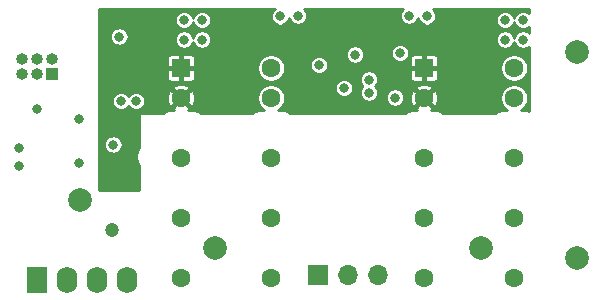
<source format=gbr>
%TF.GenerationSoftware,KiCad,Pcbnew,(5.1.10)-1*%
%TF.CreationDate,2022-01-23T11:00:24+07:00*%
%TF.ProjectId,Fan_controller_v3,46616e5f-636f-46e7-9472-6f6c6c65725f,rev?*%
%TF.SameCoordinates,Original*%
%TF.FileFunction,Copper,L2,Inr*%
%TF.FilePolarity,Positive*%
%FSLAX46Y46*%
G04 Gerber Fmt 4.6, Leading zero omitted, Abs format (unit mm)*
G04 Created by KiCad (PCBNEW (5.1.10)-1) date 2022-01-23 11:00:24*
%MOMM*%
%LPD*%
G01*
G04 APERTURE LIST*
%TA.AperFunction,ComponentPad*%
%ADD10C,1.600000*%
%TD*%
%TA.AperFunction,ComponentPad*%
%ADD11R,1.600000X1.600000*%
%TD*%
%TA.AperFunction,ComponentPad*%
%ADD12C,2.000000*%
%TD*%
%TA.AperFunction,ComponentPad*%
%ADD13O,1.000000X1.000000*%
%TD*%
%TA.AperFunction,ComponentPad*%
%ADD14R,1.000000X1.000000*%
%TD*%
%TA.AperFunction,ComponentPad*%
%ADD15R,1.700000X1.700000*%
%TD*%
%TA.AperFunction,ComponentPad*%
%ADD16O,1.700000X1.700000*%
%TD*%
%TA.AperFunction,ComponentPad*%
%ADD17O,1.750000X2.250000*%
%TD*%
%TA.AperFunction,ComponentPad*%
%ADD18R,1.750000X2.250000*%
%TD*%
%TA.AperFunction,ViaPad*%
%ADD19C,0.800000*%
%TD*%
%TA.AperFunction,ViaPad*%
%ADD20C,1.200000*%
%TD*%
%TA.AperFunction,Conductor*%
%ADD21C,0.254000*%
%TD*%
%TA.AperFunction,Conductor*%
%ADD22C,0.020000*%
%TD*%
G04 APERTURE END LIST*
D10*
%TO.N,Net-(C3-Pad2)*%
%TO.C,K1*%
X97333000Y-80442000D03*
%TO.N,Net-(C4-Pad2)*%
X97333000Y-82982000D03*
%TO.N,Net-(J1-Pad1)*%
X97333000Y-88062000D03*
%TO.N,Net-(C5-Pad2)*%
X97333000Y-93142000D03*
%TO.N,Net-(K1-Pad8)*%
X97333000Y-98222000D03*
X89713000Y-98222000D03*
%TO.N,Net-(C7-Pad1)*%
X89713000Y-93142000D03*
%TO.N,Net-(C5-Pad1)*%
X89713000Y-88062000D03*
%TO.N,+5VP*%
X89713000Y-82982000D03*
D11*
X89713000Y-80442000D03*
%TD*%
D12*
%TO.N,Net-(C5-Pad2)*%
%TO.C,C7*%
X123241000Y-96545000D03*
%TO.N,Net-(C7-Pad1)*%
X123241000Y-79045000D03*
%TD*%
D13*
%TO.N,/scl0*%
%TO.C,J2*%
X76251000Y-79680000D03*
%TO.N,/sda0*%
X76251000Y-80950000D03*
%TO.N,GND1*%
X77521000Y-79680000D03*
X77521000Y-80950000D03*
%TO.N,+5P*%
X78791000Y-79680000D03*
D14*
X78791000Y-80950000D03*
%TD*%
D12*
%TO.N,Net-(C5-Pad2)*%
%TO.C,C5*%
X115113000Y-95682000D03*
%TO.N,Net-(C5-Pad1)*%
X92613000Y-95682000D03*
%TD*%
D11*
%TO.N,+5VP*%
%TO.C,K2*%
X110287000Y-80442000D03*
D10*
X110287000Y-82982000D03*
%TO.N,Net-(J1-Pad3)*%
X110287000Y-88062000D03*
%TO.N,Net-(C7-Pad1)*%
X110287000Y-93142000D03*
%TO.N,Net-(K2-Pad8)*%
X110287000Y-98222000D03*
X117907000Y-98222000D03*
%TO.N,Net-(C5-Pad2)*%
X117907000Y-93142000D03*
%TO.N,Net-(C7-Pad1)*%
X117907000Y-88062000D03*
%TO.N,Net-(C12-Pad2)*%
X117907000Y-82982000D03*
%TO.N,Net-(C11-Pad2)*%
X117907000Y-80442000D03*
%TD*%
D15*
%TO.N,Net-(J1-Pad1)*%
%TO.C,J1*%
X101270000Y-97968000D03*
D16*
%TO.N,N/C*%
X103810000Y-97968000D03*
%TO.N,Net-(J1-Pad3)*%
X106350000Y-97968000D03*
%TD*%
D12*
%TO.N,GND2*%
%TO.C,TP1*%
X81140500Y-91618000D03*
%TD*%
D17*
%TO.N,Net-(C6-Pad2)*%
%TO.C,PS1*%
X85141000Y-98349000D03*
%TO.N,GND2*%
X82601000Y-98349000D03*
%TO.N,+5P*%
X80061000Y-98349000D03*
D18*
%TO.N,GND1*%
X77521000Y-98349000D03*
%TD*%
D19*
%TO.N,Net-(C3-Pad2)*%
X91491000Y-78029000D03*
%TO.N,Net-(C3-Pad1)*%
X91491000Y-76378000D03*
%TO.N,Net-(C4-Pad2)*%
X89967000Y-78029000D03*
%TO.N,Net-(C4-Pad1)*%
X89967000Y-76378000D03*
%TO.N,GND1*%
X84480000Y-77775000D03*
%TO.N,+5P*%
X81077000Y-88443000D03*
X81077000Y-84760000D03*
%TO.N,Net-(C11-Pad1)*%
X118669000Y-76378000D03*
%TO.N,GND2*%
X104445000Y-79299000D03*
X99619000Y-75997000D03*
X109017000Y-75997000D03*
X98095000Y-76060500D03*
X110541000Y-76060500D03*
X83972032Y-86919000D03*
%TO.N,+5VP*%
X105995000Y-79299000D03*
D20*
X85395006Y-89840000D03*
D19*
%TO.N,/scl0*%
X77521000Y-83932000D03*
X75997000Y-87236500D03*
%TO.N,/sda0*%
X75997000Y-88697000D03*
%TO.N,/I2C_SDA*%
X105615886Y-81416284D03*
X85903000Y-83236000D03*
%TO.N,/I2C_SCL*%
X105615814Y-82515892D03*
X84633000Y-83236000D03*
%TO.N,/K1_set*%
X101396992Y-80188000D03*
%TO.N,/K2_set*%
X107833000Y-82941000D03*
%TO.N,/K2_rst*%
X108255000Y-79161000D03*
X103497423Y-82130732D03*
D20*
%TO.N,Net-(C6-Pad2)*%
X83871000Y-94158000D03*
D19*
%TO.N,Net-(C11-Pad2)*%
X118669000Y-78029000D03*
%TO.N,Net-(C12-Pad2)*%
X117145000Y-78029000D03*
%TO.N,Net-(C12-Pad1)*%
X117145000Y-76378000D03*
%TD*%
D21*
%TO.N,+5VP*%
X97597141Y-75453858D02*
X97488358Y-75562641D01*
X97402887Y-75690558D01*
X97344013Y-75832691D01*
X97314000Y-75983578D01*
X97314000Y-76137422D01*
X97344013Y-76288309D01*
X97402887Y-76430442D01*
X97488358Y-76558359D01*
X97597141Y-76667142D01*
X97725058Y-76752613D01*
X97867191Y-76811487D01*
X98018078Y-76841500D01*
X98171922Y-76841500D01*
X98322809Y-76811487D01*
X98464942Y-76752613D01*
X98592859Y-76667142D01*
X98701642Y-76558359D01*
X98787113Y-76430442D01*
X98845987Y-76288309D01*
X98863315Y-76201192D01*
X98868013Y-76224809D01*
X98926887Y-76366942D01*
X99012358Y-76494859D01*
X99121141Y-76603642D01*
X99249058Y-76689113D01*
X99391191Y-76747987D01*
X99542078Y-76778000D01*
X99695922Y-76778000D01*
X99846809Y-76747987D01*
X99988942Y-76689113D01*
X100116859Y-76603642D01*
X100225642Y-76494859D01*
X100311113Y-76366942D01*
X100369987Y-76224809D01*
X100400000Y-76073922D01*
X100400000Y-75920078D01*
X100369987Y-75769191D01*
X100311113Y-75627058D01*
X100225642Y-75499141D01*
X100157501Y-75431000D01*
X108478499Y-75431000D01*
X108410358Y-75499141D01*
X108324887Y-75627058D01*
X108266013Y-75769191D01*
X108236000Y-75920078D01*
X108236000Y-76073922D01*
X108266013Y-76224809D01*
X108324887Y-76366942D01*
X108410358Y-76494859D01*
X108519141Y-76603642D01*
X108647058Y-76689113D01*
X108789191Y-76747987D01*
X108940078Y-76778000D01*
X109093922Y-76778000D01*
X109244809Y-76747987D01*
X109386942Y-76689113D01*
X109514859Y-76603642D01*
X109623642Y-76494859D01*
X109709113Y-76366942D01*
X109767987Y-76224809D01*
X109772685Y-76201192D01*
X109790013Y-76288309D01*
X109848887Y-76430442D01*
X109934358Y-76558359D01*
X110043141Y-76667142D01*
X110171058Y-76752613D01*
X110313191Y-76811487D01*
X110464078Y-76841500D01*
X110617922Y-76841500D01*
X110768809Y-76811487D01*
X110910942Y-76752613D01*
X111038859Y-76667142D01*
X111147642Y-76558359D01*
X111233113Y-76430442D01*
X111291987Y-76288309D01*
X111322000Y-76137422D01*
X111322000Y-75983578D01*
X111291987Y-75832691D01*
X111233113Y-75690558D01*
X111147642Y-75562641D01*
X111038859Y-75453858D01*
X111004649Y-75431000D01*
X119177000Y-75431000D01*
X119177000Y-75781499D01*
X119166859Y-75771358D01*
X119038942Y-75685887D01*
X118896809Y-75627013D01*
X118745922Y-75597000D01*
X118592078Y-75597000D01*
X118441191Y-75627013D01*
X118299058Y-75685887D01*
X118171141Y-75771358D01*
X118062358Y-75880141D01*
X117976887Y-76008058D01*
X117918013Y-76150191D01*
X117907000Y-76205558D01*
X117895987Y-76150191D01*
X117837113Y-76008058D01*
X117751642Y-75880141D01*
X117642859Y-75771358D01*
X117514942Y-75685887D01*
X117372809Y-75627013D01*
X117221922Y-75597000D01*
X117068078Y-75597000D01*
X116917191Y-75627013D01*
X116775058Y-75685887D01*
X116647141Y-75771358D01*
X116538358Y-75880141D01*
X116452887Y-76008058D01*
X116394013Y-76150191D01*
X116364000Y-76301078D01*
X116364000Y-76454922D01*
X116394013Y-76605809D01*
X116452887Y-76747942D01*
X116538358Y-76875859D01*
X116647141Y-76984642D01*
X116775058Y-77070113D01*
X116917191Y-77128987D01*
X117068078Y-77159000D01*
X117221922Y-77159000D01*
X117372809Y-77128987D01*
X117514942Y-77070113D01*
X117642859Y-76984642D01*
X117751642Y-76875859D01*
X117837113Y-76747942D01*
X117895987Y-76605809D01*
X117907000Y-76550442D01*
X117918013Y-76605809D01*
X117976887Y-76747942D01*
X118062358Y-76875859D01*
X118171141Y-76984642D01*
X118299058Y-77070113D01*
X118441191Y-77128987D01*
X118592078Y-77159000D01*
X118745922Y-77159000D01*
X118896809Y-77128987D01*
X119038942Y-77070113D01*
X119166859Y-76984642D01*
X119177000Y-76974501D01*
X119177000Y-77432499D01*
X119166859Y-77422358D01*
X119038942Y-77336887D01*
X118896809Y-77278013D01*
X118745922Y-77248000D01*
X118592078Y-77248000D01*
X118441191Y-77278013D01*
X118299058Y-77336887D01*
X118171141Y-77422358D01*
X118062358Y-77531141D01*
X117976887Y-77659058D01*
X117918013Y-77801191D01*
X117907000Y-77856558D01*
X117895987Y-77801191D01*
X117837113Y-77659058D01*
X117751642Y-77531141D01*
X117642859Y-77422358D01*
X117514942Y-77336887D01*
X117372809Y-77278013D01*
X117221922Y-77248000D01*
X117068078Y-77248000D01*
X116917191Y-77278013D01*
X116775058Y-77336887D01*
X116647141Y-77422358D01*
X116538358Y-77531141D01*
X116452887Y-77659058D01*
X116394013Y-77801191D01*
X116364000Y-77952078D01*
X116364000Y-78105922D01*
X116394013Y-78256809D01*
X116452887Y-78398942D01*
X116538358Y-78526859D01*
X116647141Y-78635642D01*
X116775058Y-78721113D01*
X116917191Y-78779987D01*
X117068078Y-78810000D01*
X117221922Y-78810000D01*
X117372809Y-78779987D01*
X117514942Y-78721113D01*
X117642859Y-78635642D01*
X117751642Y-78526859D01*
X117837113Y-78398942D01*
X117895987Y-78256809D01*
X117907000Y-78201442D01*
X117918013Y-78256809D01*
X117976887Y-78398942D01*
X118062358Y-78526859D01*
X118171141Y-78635642D01*
X118299058Y-78721113D01*
X118441191Y-78779987D01*
X118592078Y-78810000D01*
X118745922Y-78810000D01*
X118896809Y-78779987D01*
X119038942Y-78721113D01*
X119166859Y-78635642D01*
X119175000Y-78627501D01*
X119175001Y-81022460D01*
X119177000Y-81042756D01*
X119177000Y-84082042D01*
X118966148Y-84018081D01*
X118741960Y-83996000D01*
X118515184Y-83996000D01*
X118659843Y-83899342D01*
X118824342Y-83734843D01*
X118953588Y-83541413D01*
X119042614Y-83326485D01*
X119088000Y-83098318D01*
X119088000Y-82865682D01*
X119042614Y-82637515D01*
X118953588Y-82422587D01*
X118824342Y-82229157D01*
X118659843Y-82064658D01*
X118466413Y-81935412D01*
X118251485Y-81846386D01*
X118023318Y-81801000D01*
X117790682Y-81801000D01*
X117562515Y-81846386D01*
X117347587Y-81935412D01*
X117154157Y-82064658D01*
X116989658Y-82229157D01*
X116860412Y-82422587D01*
X116771386Y-82637515D01*
X116726000Y-82865682D01*
X116726000Y-83098318D01*
X116771386Y-83326485D01*
X116860412Y-83541413D01*
X116989658Y-83734843D01*
X117154157Y-83899342D01*
X117298816Y-83996000D01*
X117072040Y-83996000D01*
X116847852Y-84018081D01*
X116560200Y-84105339D01*
X116295098Y-84247039D01*
X116289053Y-84252000D01*
X111904947Y-84252000D01*
X111898902Y-84247039D01*
X111633800Y-84105339D01*
X111346148Y-84018081D01*
X111121960Y-83996000D01*
X110898613Y-83996000D01*
X110931741Y-83978293D01*
X111012199Y-83797708D01*
X110287000Y-83072510D01*
X109561801Y-83797708D01*
X109642259Y-83978293D01*
X109676590Y-83996000D01*
X109452040Y-83996000D01*
X109227852Y-84018081D01*
X108940200Y-84105339D01*
X108675098Y-84247039D01*
X108669053Y-84252000D01*
X98950947Y-84252000D01*
X98944902Y-84247039D01*
X98679800Y-84105339D01*
X98392148Y-84018081D01*
X98167960Y-83996000D01*
X97941184Y-83996000D01*
X98085843Y-83899342D01*
X98250342Y-83734843D01*
X98379588Y-83541413D01*
X98468614Y-83326485D01*
X98514000Y-83098318D01*
X98514000Y-82865682D01*
X98468614Y-82637515D01*
X98379588Y-82422587D01*
X98250342Y-82229157D01*
X98085843Y-82064658D01*
X98069608Y-82053810D01*
X102716423Y-82053810D01*
X102716423Y-82207654D01*
X102746436Y-82358541D01*
X102805310Y-82500674D01*
X102890781Y-82628591D01*
X102999564Y-82737374D01*
X103127481Y-82822845D01*
X103269614Y-82881719D01*
X103420501Y-82911732D01*
X103574345Y-82911732D01*
X103725232Y-82881719D01*
X103867365Y-82822845D01*
X103995282Y-82737374D01*
X104104065Y-82628591D01*
X104189536Y-82500674D01*
X104215094Y-82438970D01*
X104834814Y-82438970D01*
X104834814Y-82592814D01*
X104864827Y-82743701D01*
X104923701Y-82885834D01*
X105009172Y-83013751D01*
X105117955Y-83122534D01*
X105245872Y-83208005D01*
X105388005Y-83266879D01*
X105538892Y-83296892D01*
X105692736Y-83296892D01*
X105843623Y-83266879D01*
X105985756Y-83208005D01*
X106113673Y-83122534D01*
X106222456Y-83013751D01*
X106307927Y-82885834D01*
X106316938Y-82864078D01*
X107052000Y-82864078D01*
X107052000Y-83017922D01*
X107082013Y-83168809D01*
X107140887Y-83310942D01*
X107226358Y-83438859D01*
X107335141Y-83547642D01*
X107463058Y-83633113D01*
X107605191Y-83691987D01*
X107756078Y-83722000D01*
X107909922Y-83722000D01*
X108060809Y-83691987D01*
X108202942Y-83633113D01*
X108330859Y-83547642D01*
X108439642Y-83438859D01*
X108525113Y-83310942D01*
X108583987Y-83168809D01*
X108614000Y-83017922D01*
X108614000Y-82999429D01*
X109100414Y-82999429D01*
X109126614Y-83230586D01*
X109197408Y-83452189D01*
X109290707Y-83626741D01*
X109471292Y-83707199D01*
X110196490Y-82982000D01*
X110377510Y-82982000D01*
X111102708Y-83707199D01*
X111283293Y-83626741D01*
X111389932Y-83419985D01*
X111454186Y-83196398D01*
X111473586Y-82964571D01*
X111447386Y-82733414D01*
X111376592Y-82511811D01*
X111283293Y-82337259D01*
X111102708Y-82256801D01*
X110377510Y-82982000D01*
X110196490Y-82982000D01*
X109471292Y-82256801D01*
X109290707Y-82337259D01*
X109184068Y-82544015D01*
X109119814Y-82767602D01*
X109100414Y-82999429D01*
X108614000Y-82999429D01*
X108614000Y-82864078D01*
X108583987Y-82713191D01*
X108525113Y-82571058D01*
X108439642Y-82443141D01*
X108330859Y-82334358D01*
X108202942Y-82248887D01*
X108060809Y-82190013D01*
X107941555Y-82166292D01*
X109561801Y-82166292D01*
X110287000Y-82891490D01*
X111012199Y-82166292D01*
X110931741Y-81985707D01*
X110724985Y-81879068D01*
X110501398Y-81814814D01*
X110269571Y-81795414D01*
X110038414Y-81821614D01*
X109816811Y-81892408D01*
X109642259Y-81985707D01*
X109561801Y-82166292D01*
X107941555Y-82166292D01*
X107909922Y-82160000D01*
X107756078Y-82160000D01*
X107605191Y-82190013D01*
X107463058Y-82248887D01*
X107335141Y-82334358D01*
X107226358Y-82443141D01*
X107140887Y-82571058D01*
X107082013Y-82713191D01*
X107052000Y-82864078D01*
X106316938Y-82864078D01*
X106366801Y-82743701D01*
X106396814Y-82592814D01*
X106396814Y-82438970D01*
X106366801Y-82288083D01*
X106307927Y-82145950D01*
X106222456Y-82018033D01*
X106170547Y-81966124D01*
X106222528Y-81914143D01*
X106307999Y-81786226D01*
X106366873Y-81644093D01*
X106396886Y-81493206D01*
X106396886Y-81339362D01*
X106377520Y-81242000D01*
X109104157Y-81242000D01*
X109111513Y-81316689D01*
X109133299Y-81388508D01*
X109168678Y-81454696D01*
X109216289Y-81512711D01*
X109274304Y-81560322D01*
X109340492Y-81595701D01*
X109412311Y-81617487D01*
X109487000Y-81624843D01*
X110127750Y-81623000D01*
X110223000Y-81527750D01*
X110223000Y-80506000D01*
X110351000Y-80506000D01*
X110351000Y-81527750D01*
X110446250Y-81623000D01*
X111087000Y-81624843D01*
X111161689Y-81617487D01*
X111233508Y-81595701D01*
X111299696Y-81560322D01*
X111357711Y-81512711D01*
X111405322Y-81454696D01*
X111440701Y-81388508D01*
X111462487Y-81316689D01*
X111469843Y-81242000D01*
X111468000Y-80601250D01*
X111372750Y-80506000D01*
X110351000Y-80506000D01*
X110223000Y-80506000D01*
X109201250Y-80506000D01*
X109106000Y-80601250D01*
X109104157Y-81242000D01*
X106377520Y-81242000D01*
X106366873Y-81188475D01*
X106307999Y-81046342D01*
X106222528Y-80918425D01*
X106113745Y-80809642D01*
X105985828Y-80724171D01*
X105843695Y-80665297D01*
X105692808Y-80635284D01*
X105538964Y-80635284D01*
X105388077Y-80665297D01*
X105245944Y-80724171D01*
X105118027Y-80809642D01*
X105009244Y-80918425D01*
X104923773Y-81046342D01*
X104864899Y-81188475D01*
X104834886Y-81339362D01*
X104834886Y-81493206D01*
X104864899Y-81644093D01*
X104923773Y-81786226D01*
X105009244Y-81914143D01*
X105061153Y-81966052D01*
X105009172Y-82018033D01*
X104923701Y-82145950D01*
X104864827Y-82288083D01*
X104834814Y-82438970D01*
X104215094Y-82438970D01*
X104248410Y-82358541D01*
X104278423Y-82207654D01*
X104278423Y-82053810D01*
X104248410Y-81902923D01*
X104189536Y-81760790D01*
X104104065Y-81632873D01*
X103995282Y-81524090D01*
X103867365Y-81438619D01*
X103725232Y-81379745D01*
X103574345Y-81349732D01*
X103420501Y-81349732D01*
X103269614Y-81379745D01*
X103127481Y-81438619D01*
X102999564Y-81524090D01*
X102890781Y-81632873D01*
X102805310Y-81760790D01*
X102746436Y-81902923D01*
X102716423Y-82053810D01*
X98069608Y-82053810D01*
X97892413Y-81935412D01*
X97677485Y-81846386D01*
X97449318Y-81801000D01*
X97216682Y-81801000D01*
X96988515Y-81846386D01*
X96773587Y-81935412D01*
X96580157Y-82064658D01*
X96415658Y-82229157D01*
X96286412Y-82422587D01*
X96197386Y-82637515D01*
X96152000Y-82865682D01*
X96152000Y-83098318D01*
X96197386Y-83326485D01*
X96286412Y-83541413D01*
X96415658Y-83734843D01*
X96580157Y-83899342D01*
X96724816Y-83996000D01*
X96498040Y-83996000D01*
X96273852Y-84018081D01*
X95986200Y-84105339D01*
X95721098Y-84247039D01*
X95715053Y-84252000D01*
X91394447Y-84252000D01*
X91388402Y-84247039D01*
X91123300Y-84105339D01*
X90835648Y-84018081D01*
X90611460Y-83996000D01*
X90324613Y-83996000D01*
X90357741Y-83978293D01*
X90438199Y-83797708D01*
X89713000Y-83072510D01*
X88987801Y-83797708D01*
X89068259Y-83978293D01*
X89102590Y-83996000D01*
X88941540Y-83996000D01*
X88717352Y-84018081D01*
X88429700Y-84105339D01*
X88164598Y-84247039D01*
X88158553Y-84252000D01*
X86284000Y-84252000D01*
X86259224Y-84254440D01*
X86235399Y-84261667D01*
X86213443Y-84273403D01*
X86194197Y-84289197D01*
X86178403Y-84308443D01*
X86166667Y-84330399D01*
X86159440Y-84354224D01*
X86157000Y-84379000D01*
X86157000Y-87159886D01*
X86076174Y-87280851D01*
X85972071Y-87532177D01*
X85919000Y-87798983D01*
X85919000Y-88071017D01*
X85972071Y-88337823D01*
X86076174Y-88589149D01*
X86157000Y-88710114D01*
X86157000Y-90729000D01*
X82728000Y-90729000D01*
X82728000Y-86842078D01*
X83191032Y-86842078D01*
X83191032Y-86995922D01*
X83221045Y-87146809D01*
X83279919Y-87288942D01*
X83365390Y-87416859D01*
X83474173Y-87525642D01*
X83602090Y-87611113D01*
X83744223Y-87669987D01*
X83895110Y-87700000D01*
X84048954Y-87700000D01*
X84199841Y-87669987D01*
X84341974Y-87611113D01*
X84469891Y-87525642D01*
X84578674Y-87416859D01*
X84664145Y-87288942D01*
X84723019Y-87146809D01*
X84753032Y-86995922D01*
X84753032Y-86842078D01*
X84723019Y-86691191D01*
X84664145Y-86549058D01*
X84578674Y-86421141D01*
X84469891Y-86312358D01*
X84341974Y-86226887D01*
X84199841Y-86168013D01*
X84048954Y-86138000D01*
X83895110Y-86138000D01*
X83744223Y-86168013D01*
X83602090Y-86226887D01*
X83474173Y-86312358D01*
X83365390Y-86421141D01*
X83279919Y-86549058D01*
X83221045Y-86691191D01*
X83191032Y-86842078D01*
X82728000Y-86842078D01*
X82728000Y-83159078D01*
X83852000Y-83159078D01*
X83852000Y-83312922D01*
X83882013Y-83463809D01*
X83940887Y-83605942D01*
X84026358Y-83733859D01*
X84135141Y-83842642D01*
X84263058Y-83928113D01*
X84405191Y-83986987D01*
X84556078Y-84017000D01*
X84709922Y-84017000D01*
X84860809Y-83986987D01*
X85002942Y-83928113D01*
X85130859Y-83842642D01*
X85239642Y-83733859D01*
X85268000Y-83691418D01*
X85296358Y-83733859D01*
X85405141Y-83842642D01*
X85533058Y-83928113D01*
X85675191Y-83986987D01*
X85826078Y-84017000D01*
X85979922Y-84017000D01*
X86130809Y-83986987D01*
X86272942Y-83928113D01*
X86400859Y-83842642D01*
X86509642Y-83733859D01*
X86595113Y-83605942D01*
X86653987Y-83463809D01*
X86684000Y-83312922D01*
X86684000Y-83159078D01*
X86653987Y-83008191D01*
X86650358Y-82999429D01*
X88526414Y-82999429D01*
X88552614Y-83230586D01*
X88623408Y-83452189D01*
X88716707Y-83626741D01*
X88897292Y-83707199D01*
X89622490Y-82982000D01*
X89803510Y-82982000D01*
X90528708Y-83707199D01*
X90709293Y-83626741D01*
X90815932Y-83419985D01*
X90880186Y-83196398D01*
X90899586Y-82964571D01*
X90873386Y-82733414D01*
X90802592Y-82511811D01*
X90709293Y-82337259D01*
X90528708Y-82256801D01*
X89803510Y-82982000D01*
X89622490Y-82982000D01*
X88897292Y-82256801D01*
X88716707Y-82337259D01*
X88610068Y-82544015D01*
X88545814Y-82767602D01*
X88526414Y-82999429D01*
X86650358Y-82999429D01*
X86595113Y-82866058D01*
X86509642Y-82738141D01*
X86400859Y-82629358D01*
X86272942Y-82543887D01*
X86130809Y-82485013D01*
X85979922Y-82455000D01*
X85826078Y-82455000D01*
X85675191Y-82485013D01*
X85533058Y-82543887D01*
X85405141Y-82629358D01*
X85296358Y-82738141D01*
X85268000Y-82780582D01*
X85239642Y-82738141D01*
X85130859Y-82629358D01*
X85002942Y-82543887D01*
X84860809Y-82485013D01*
X84709922Y-82455000D01*
X84556078Y-82455000D01*
X84405191Y-82485013D01*
X84263058Y-82543887D01*
X84135141Y-82629358D01*
X84026358Y-82738141D01*
X83940887Y-82866058D01*
X83882013Y-83008191D01*
X83852000Y-83159078D01*
X82728000Y-83159078D01*
X82728000Y-82166292D01*
X88987801Y-82166292D01*
X89713000Y-82891490D01*
X90438199Y-82166292D01*
X90357741Y-81985707D01*
X90150985Y-81879068D01*
X89927398Y-81814814D01*
X89695571Y-81795414D01*
X89464414Y-81821614D01*
X89242811Y-81892408D01*
X89068259Y-81985707D01*
X88987801Y-82166292D01*
X82728000Y-82166292D01*
X82728000Y-81242000D01*
X88530157Y-81242000D01*
X88537513Y-81316689D01*
X88559299Y-81388508D01*
X88594678Y-81454696D01*
X88642289Y-81512711D01*
X88700304Y-81560322D01*
X88766492Y-81595701D01*
X88838311Y-81617487D01*
X88913000Y-81624843D01*
X89553750Y-81623000D01*
X89649000Y-81527750D01*
X89649000Y-80506000D01*
X89777000Y-80506000D01*
X89777000Y-81527750D01*
X89872250Y-81623000D01*
X90513000Y-81624843D01*
X90587689Y-81617487D01*
X90659508Y-81595701D01*
X90725696Y-81560322D01*
X90783711Y-81512711D01*
X90831322Y-81454696D01*
X90866701Y-81388508D01*
X90888487Y-81316689D01*
X90895843Y-81242000D01*
X90894000Y-80601250D01*
X90798750Y-80506000D01*
X89777000Y-80506000D01*
X89649000Y-80506000D01*
X88627250Y-80506000D01*
X88532000Y-80601250D01*
X88530157Y-81242000D01*
X82728000Y-81242000D01*
X82728000Y-79642000D01*
X88530157Y-79642000D01*
X88532000Y-80282750D01*
X88627250Y-80378000D01*
X89649000Y-80378000D01*
X89649000Y-79356250D01*
X89777000Y-79356250D01*
X89777000Y-80378000D01*
X90798750Y-80378000D01*
X90851068Y-80325682D01*
X96152000Y-80325682D01*
X96152000Y-80558318D01*
X96197386Y-80786485D01*
X96286412Y-81001413D01*
X96415658Y-81194843D01*
X96580157Y-81359342D01*
X96773587Y-81488588D01*
X96988515Y-81577614D01*
X97216682Y-81623000D01*
X97449318Y-81623000D01*
X97677485Y-81577614D01*
X97892413Y-81488588D01*
X98085843Y-81359342D01*
X98250342Y-81194843D01*
X98379588Y-81001413D01*
X98468614Y-80786485D01*
X98514000Y-80558318D01*
X98514000Y-80325682D01*
X98471312Y-80111078D01*
X100615992Y-80111078D01*
X100615992Y-80264922D01*
X100646005Y-80415809D01*
X100704879Y-80557942D01*
X100790350Y-80685859D01*
X100899133Y-80794642D01*
X101027050Y-80880113D01*
X101169183Y-80938987D01*
X101320070Y-80969000D01*
X101473914Y-80969000D01*
X101624801Y-80938987D01*
X101766934Y-80880113D01*
X101894851Y-80794642D01*
X102003634Y-80685859D01*
X102089105Y-80557942D01*
X102147979Y-80415809D01*
X102177992Y-80264922D01*
X102177992Y-80111078D01*
X102147979Y-79960191D01*
X102089105Y-79818058D01*
X102003634Y-79690141D01*
X101894851Y-79581358D01*
X101766934Y-79495887D01*
X101624801Y-79437013D01*
X101473914Y-79407000D01*
X101320070Y-79407000D01*
X101169183Y-79437013D01*
X101027050Y-79495887D01*
X100899133Y-79581358D01*
X100790350Y-79690141D01*
X100704879Y-79818058D01*
X100646005Y-79960191D01*
X100615992Y-80111078D01*
X98471312Y-80111078D01*
X98468614Y-80097515D01*
X98379588Y-79882587D01*
X98250342Y-79689157D01*
X98085843Y-79524658D01*
X97892413Y-79395412D01*
X97677485Y-79306386D01*
X97449318Y-79261000D01*
X97216682Y-79261000D01*
X96988515Y-79306386D01*
X96773587Y-79395412D01*
X96580157Y-79524658D01*
X96415658Y-79689157D01*
X96286412Y-79882587D01*
X96197386Y-80097515D01*
X96152000Y-80325682D01*
X90851068Y-80325682D01*
X90894000Y-80282750D01*
X90895843Y-79642000D01*
X90888487Y-79567311D01*
X90866701Y-79495492D01*
X90831322Y-79429304D01*
X90783711Y-79371289D01*
X90725696Y-79323678D01*
X90659508Y-79288299D01*
X90587689Y-79266513D01*
X90513000Y-79259157D01*
X89872250Y-79261000D01*
X89777000Y-79356250D01*
X89649000Y-79356250D01*
X89553750Y-79261000D01*
X88913000Y-79259157D01*
X88838311Y-79266513D01*
X88766492Y-79288299D01*
X88700304Y-79323678D01*
X88642289Y-79371289D01*
X88594678Y-79429304D01*
X88559299Y-79495492D01*
X88537513Y-79567311D01*
X88530157Y-79642000D01*
X82728000Y-79642000D01*
X82728000Y-79222078D01*
X103664000Y-79222078D01*
X103664000Y-79375922D01*
X103694013Y-79526809D01*
X103752887Y-79668942D01*
X103838358Y-79796859D01*
X103947141Y-79905642D01*
X104075058Y-79991113D01*
X104217191Y-80049987D01*
X104368078Y-80080000D01*
X104521922Y-80080000D01*
X104672809Y-80049987D01*
X104814942Y-79991113D01*
X104942859Y-79905642D01*
X105051642Y-79796859D01*
X105137113Y-79668942D01*
X105195987Y-79526809D01*
X105226000Y-79375922D01*
X105226000Y-79222078D01*
X105198551Y-79084078D01*
X107474000Y-79084078D01*
X107474000Y-79237922D01*
X107504013Y-79388809D01*
X107562887Y-79530942D01*
X107648358Y-79658859D01*
X107757141Y-79767642D01*
X107885058Y-79853113D01*
X108027191Y-79911987D01*
X108178078Y-79942000D01*
X108331922Y-79942000D01*
X108482809Y-79911987D01*
X108624942Y-79853113D01*
X108752859Y-79767642D01*
X108861642Y-79658859D01*
X108872906Y-79642000D01*
X109104157Y-79642000D01*
X109106000Y-80282750D01*
X109201250Y-80378000D01*
X110223000Y-80378000D01*
X110223000Y-79356250D01*
X110351000Y-79356250D01*
X110351000Y-80378000D01*
X111372750Y-80378000D01*
X111425068Y-80325682D01*
X116726000Y-80325682D01*
X116726000Y-80558318D01*
X116771386Y-80786485D01*
X116860412Y-81001413D01*
X116989658Y-81194843D01*
X117154157Y-81359342D01*
X117347587Y-81488588D01*
X117562515Y-81577614D01*
X117790682Y-81623000D01*
X118023318Y-81623000D01*
X118251485Y-81577614D01*
X118466413Y-81488588D01*
X118659843Y-81359342D01*
X118824342Y-81194843D01*
X118953588Y-81001413D01*
X119042614Y-80786485D01*
X119088000Y-80558318D01*
X119088000Y-80325682D01*
X119042614Y-80097515D01*
X118953588Y-79882587D01*
X118824342Y-79689157D01*
X118659843Y-79524658D01*
X118466413Y-79395412D01*
X118251485Y-79306386D01*
X118023318Y-79261000D01*
X117790682Y-79261000D01*
X117562515Y-79306386D01*
X117347587Y-79395412D01*
X117154157Y-79524658D01*
X116989658Y-79689157D01*
X116860412Y-79882587D01*
X116771386Y-80097515D01*
X116726000Y-80325682D01*
X111425068Y-80325682D01*
X111468000Y-80282750D01*
X111469843Y-79642000D01*
X111462487Y-79567311D01*
X111440701Y-79495492D01*
X111405322Y-79429304D01*
X111357711Y-79371289D01*
X111299696Y-79323678D01*
X111233508Y-79288299D01*
X111161689Y-79266513D01*
X111087000Y-79259157D01*
X110446250Y-79261000D01*
X110351000Y-79356250D01*
X110223000Y-79356250D01*
X110127750Y-79261000D01*
X109487000Y-79259157D01*
X109412311Y-79266513D01*
X109340492Y-79288299D01*
X109274304Y-79323678D01*
X109216289Y-79371289D01*
X109168678Y-79429304D01*
X109133299Y-79495492D01*
X109111513Y-79567311D01*
X109104157Y-79642000D01*
X108872906Y-79642000D01*
X108947113Y-79530942D01*
X109005987Y-79388809D01*
X109036000Y-79237922D01*
X109036000Y-79084078D01*
X109005987Y-78933191D01*
X108947113Y-78791058D01*
X108861642Y-78663141D01*
X108752859Y-78554358D01*
X108624942Y-78468887D01*
X108482809Y-78410013D01*
X108331922Y-78380000D01*
X108178078Y-78380000D01*
X108027191Y-78410013D01*
X107885058Y-78468887D01*
X107757141Y-78554358D01*
X107648358Y-78663141D01*
X107562887Y-78791058D01*
X107504013Y-78933191D01*
X107474000Y-79084078D01*
X105198551Y-79084078D01*
X105195987Y-79071191D01*
X105137113Y-78929058D01*
X105051642Y-78801141D01*
X104942859Y-78692358D01*
X104814942Y-78606887D01*
X104672809Y-78548013D01*
X104521922Y-78518000D01*
X104368078Y-78518000D01*
X104217191Y-78548013D01*
X104075058Y-78606887D01*
X103947141Y-78692358D01*
X103838358Y-78801141D01*
X103752887Y-78929058D01*
X103694013Y-79071191D01*
X103664000Y-79222078D01*
X82728000Y-79222078D01*
X82728000Y-77698078D01*
X83699000Y-77698078D01*
X83699000Y-77851922D01*
X83729013Y-78002809D01*
X83787887Y-78144942D01*
X83873358Y-78272859D01*
X83982141Y-78381642D01*
X84110058Y-78467113D01*
X84252191Y-78525987D01*
X84403078Y-78556000D01*
X84556922Y-78556000D01*
X84707809Y-78525987D01*
X84849942Y-78467113D01*
X84977859Y-78381642D01*
X85086642Y-78272859D01*
X85172113Y-78144942D01*
X85230987Y-78002809D01*
X85241077Y-77952078D01*
X89186000Y-77952078D01*
X89186000Y-78105922D01*
X89216013Y-78256809D01*
X89274887Y-78398942D01*
X89360358Y-78526859D01*
X89469141Y-78635642D01*
X89597058Y-78721113D01*
X89739191Y-78779987D01*
X89890078Y-78810000D01*
X90043922Y-78810000D01*
X90194809Y-78779987D01*
X90336942Y-78721113D01*
X90464859Y-78635642D01*
X90573642Y-78526859D01*
X90659113Y-78398942D01*
X90717987Y-78256809D01*
X90729000Y-78201442D01*
X90740013Y-78256809D01*
X90798887Y-78398942D01*
X90884358Y-78526859D01*
X90993141Y-78635642D01*
X91121058Y-78721113D01*
X91263191Y-78779987D01*
X91414078Y-78810000D01*
X91567922Y-78810000D01*
X91718809Y-78779987D01*
X91860942Y-78721113D01*
X91988859Y-78635642D01*
X92097642Y-78526859D01*
X92183113Y-78398942D01*
X92241987Y-78256809D01*
X92272000Y-78105922D01*
X92272000Y-77952078D01*
X92241987Y-77801191D01*
X92183113Y-77659058D01*
X92097642Y-77531141D01*
X91988859Y-77422358D01*
X91860942Y-77336887D01*
X91718809Y-77278013D01*
X91567922Y-77248000D01*
X91414078Y-77248000D01*
X91263191Y-77278013D01*
X91121058Y-77336887D01*
X90993141Y-77422358D01*
X90884358Y-77531141D01*
X90798887Y-77659058D01*
X90740013Y-77801191D01*
X90729000Y-77856558D01*
X90717987Y-77801191D01*
X90659113Y-77659058D01*
X90573642Y-77531141D01*
X90464859Y-77422358D01*
X90336942Y-77336887D01*
X90194809Y-77278013D01*
X90043922Y-77248000D01*
X89890078Y-77248000D01*
X89739191Y-77278013D01*
X89597058Y-77336887D01*
X89469141Y-77422358D01*
X89360358Y-77531141D01*
X89274887Y-77659058D01*
X89216013Y-77801191D01*
X89186000Y-77952078D01*
X85241077Y-77952078D01*
X85261000Y-77851922D01*
X85261000Y-77698078D01*
X85230987Y-77547191D01*
X85172113Y-77405058D01*
X85086642Y-77277141D01*
X84977859Y-77168358D01*
X84849942Y-77082887D01*
X84707809Y-77024013D01*
X84556922Y-76994000D01*
X84403078Y-76994000D01*
X84252191Y-77024013D01*
X84110058Y-77082887D01*
X83982141Y-77168358D01*
X83873358Y-77277141D01*
X83787887Y-77405058D01*
X83729013Y-77547191D01*
X83699000Y-77698078D01*
X82728000Y-77698078D01*
X82728000Y-76301078D01*
X89186000Y-76301078D01*
X89186000Y-76454922D01*
X89216013Y-76605809D01*
X89274887Y-76747942D01*
X89360358Y-76875859D01*
X89469141Y-76984642D01*
X89597058Y-77070113D01*
X89739191Y-77128987D01*
X89890078Y-77159000D01*
X90043922Y-77159000D01*
X90194809Y-77128987D01*
X90336942Y-77070113D01*
X90464859Y-76984642D01*
X90573642Y-76875859D01*
X90659113Y-76747942D01*
X90717987Y-76605809D01*
X90729000Y-76550442D01*
X90740013Y-76605809D01*
X90798887Y-76747942D01*
X90884358Y-76875859D01*
X90993141Y-76984642D01*
X91121058Y-77070113D01*
X91263191Y-77128987D01*
X91414078Y-77159000D01*
X91567922Y-77159000D01*
X91718809Y-77128987D01*
X91860942Y-77070113D01*
X91988859Y-76984642D01*
X92097642Y-76875859D01*
X92183113Y-76747942D01*
X92241987Y-76605809D01*
X92272000Y-76454922D01*
X92272000Y-76301078D01*
X92241987Y-76150191D01*
X92183113Y-76008058D01*
X92097642Y-75880141D01*
X91988859Y-75771358D01*
X91860942Y-75685887D01*
X91718809Y-75627013D01*
X91567922Y-75597000D01*
X91414078Y-75597000D01*
X91263191Y-75627013D01*
X91121058Y-75685887D01*
X90993141Y-75771358D01*
X90884358Y-75880141D01*
X90798887Y-76008058D01*
X90740013Y-76150191D01*
X90729000Y-76205558D01*
X90717987Y-76150191D01*
X90659113Y-76008058D01*
X90573642Y-75880141D01*
X90464859Y-75771358D01*
X90336942Y-75685887D01*
X90194809Y-75627013D01*
X90043922Y-75597000D01*
X89890078Y-75597000D01*
X89739191Y-75627013D01*
X89597058Y-75685887D01*
X89469141Y-75771358D01*
X89360358Y-75880141D01*
X89274887Y-76008058D01*
X89216013Y-76150191D01*
X89186000Y-76301078D01*
X82728000Y-76301078D01*
X82728000Y-75431000D01*
X97631351Y-75431000D01*
X97597141Y-75453858D01*
%TA.AperFunction,Conductor*%
D22*
G36*
X97597141Y-75453858D02*
G01*
X97488358Y-75562641D01*
X97402887Y-75690558D01*
X97344013Y-75832691D01*
X97314000Y-75983578D01*
X97314000Y-76137422D01*
X97344013Y-76288309D01*
X97402887Y-76430442D01*
X97488358Y-76558359D01*
X97597141Y-76667142D01*
X97725058Y-76752613D01*
X97867191Y-76811487D01*
X98018078Y-76841500D01*
X98171922Y-76841500D01*
X98322809Y-76811487D01*
X98464942Y-76752613D01*
X98592859Y-76667142D01*
X98701642Y-76558359D01*
X98787113Y-76430442D01*
X98845987Y-76288309D01*
X98863315Y-76201192D01*
X98868013Y-76224809D01*
X98926887Y-76366942D01*
X99012358Y-76494859D01*
X99121141Y-76603642D01*
X99249058Y-76689113D01*
X99391191Y-76747987D01*
X99542078Y-76778000D01*
X99695922Y-76778000D01*
X99846809Y-76747987D01*
X99988942Y-76689113D01*
X100116859Y-76603642D01*
X100225642Y-76494859D01*
X100311113Y-76366942D01*
X100369987Y-76224809D01*
X100400000Y-76073922D01*
X100400000Y-75920078D01*
X100369987Y-75769191D01*
X100311113Y-75627058D01*
X100225642Y-75499141D01*
X100157501Y-75431000D01*
X108478499Y-75431000D01*
X108410358Y-75499141D01*
X108324887Y-75627058D01*
X108266013Y-75769191D01*
X108236000Y-75920078D01*
X108236000Y-76073922D01*
X108266013Y-76224809D01*
X108324887Y-76366942D01*
X108410358Y-76494859D01*
X108519141Y-76603642D01*
X108647058Y-76689113D01*
X108789191Y-76747987D01*
X108940078Y-76778000D01*
X109093922Y-76778000D01*
X109244809Y-76747987D01*
X109386942Y-76689113D01*
X109514859Y-76603642D01*
X109623642Y-76494859D01*
X109709113Y-76366942D01*
X109767987Y-76224809D01*
X109772685Y-76201192D01*
X109790013Y-76288309D01*
X109848887Y-76430442D01*
X109934358Y-76558359D01*
X110043141Y-76667142D01*
X110171058Y-76752613D01*
X110313191Y-76811487D01*
X110464078Y-76841500D01*
X110617922Y-76841500D01*
X110768809Y-76811487D01*
X110910942Y-76752613D01*
X111038859Y-76667142D01*
X111147642Y-76558359D01*
X111233113Y-76430442D01*
X111291987Y-76288309D01*
X111322000Y-76137422D01*
X111322000Y-75983578D01*
X111291987Y-75832691D01*
X111233113Y-75690558D01*
X111147642Y-75562641D01*
X111038859Y-75453858D01*
X111004649Y-75431000D01*
X119177000Y-75431000D01*
X119177000Y-75781499D01*
X119166859Y-75771358D01*
X119038942Y-75685887D01*
X118896809Y-75627013D01*
X118745922Y-75597000D01*
X118592078Y-75597000D01*
X118441191Y-75627013D01*
X118299058Y-75685887D01*
X118171141Y-75771358D01*
X118062358Y-75880141D01*
X117976887Y-76008058D01*
X117918013Y-76150191D01*
X117907000Y-76205558D01*
X117895987Y-76150191D01*
X117837113Y-76008058D01*
X117751642Y-75880141D01*
X117642859Y-75771358D01*
X117514942Y-75685887D01*
X117372809Y-75627013D01*
X117221922Y-75597000D01*
X117068078Y-75597000D01*
X116917191Y-75627013D01*
X116775058Y-75685887D01*
X116647141Y-75771358D01*
X116538358Y-75880141D01*
X116452887Y-76008058D01*
X116394013Y-76150191D01*
X116364000Y-76301078D01*
X116364000Y-76454922D01*
X116394013Y-76605809D01*
X116452887Y-76747942D01*
X116538358Y-76875859D01*
X116647141Y-76984642D01*
X116775058Y-77070113D01*
X116917191Y-77128987D01*
X117068078Y-77159000D01*
X117221922Y-77159000D01*
X117372809Y-77128987D01*
X117514942Y-77070113D01*
X117642859Y-76984642D01*
X117751642Y-76875859D01*
X117837113Y-76747942D01*
X117895987Y-76605809D01*
X117907000Y-76550442D01*
X117918013Y-76605809D01*
X117976887Y-76747942D01*
X118062358Y-76875859D01*
X118171141Y-76984642D01*
X118299058Y-77070113D01*
X118441191Y-77128987D01*
X118592078Y-77159000D01*
X118745922Y-77159000D01*
X118896809Y-77128987D01*
X119038942Y-77070113D01*
X119166859Y-76984642D01*
X119177000Y-76974501D01*
X119177000Y-77432499D01*
X119166859Y-77422358D01*
X119038942Y-77336887D01*
X118896809Y-77278013D01*
X118745922Y-77248000D01*
X118592078Y-77248000D01*
X118441191Y-77278013D01*
X118299058Y-77336887D01*
X118171141Y-77422358D01*
X118062358Y-77531141D01*
X117976887Y-77659058D01*
X117918013Y-77801191D01*
X117907000Y-77856558D01*
X117895987Y-77801191D01*
X117837113Y-77659058D01*
X117751642Y-77531141D01*
X117642859Y-77422358D01*
X117514942Y-77336887D01*
X117372809Y-77278013D01*
X117221922Y-77248000D01*
X117068078Y-77248000D01*
X116917191Y-77278013D01*
X116775058Y-77336887D01*
X116647141Y-77422358D01*
X116538358Y-77531141D01*
X116452887Y-77659058D01*
X116394013Y-77801191D01*
X116364000Y-77952078D01*
X116364000Y-78105922D01*
X116394013Y-78256809D01*
X116452887Y-78398942D01*
X116538358Y-78526859D01*
X116647141Y-78635642D01*
X116775058Y-78721113D01*
X116917191Y-78779987D01*
X117068078Y-78810000D01*
X117221922Y-78810000D01*
X117372809Y-78779987D01*
X117514942Y-78721113D01*
X117642859Y-78635642D01*
X117751642Y-78526859D01*
X117837113Y-78398942D01*
X117895987Y-78256809D01*
X117907000Y-78201442D01*
X117918013Y-78256809D01*
X117976887Y-78398942D01*
X118062358Y-78526859D01*
X118171141Y-78635642D01*
X118299058Y-78721113D01*
X118441191Y-78779987D01*
X118592078Y-78810000D01*
X118745922Y-78810000D01*
X118896809Y-78779987D01*
X119038942Y-78721113D01*
X119166859Y-78635642D01*
X119175000Y-78627501D01*
X119175001Y-81022460D01*
X119177000Y-81042756D01*
X119177000Y-84082042D01*
X118966148Y-84018081D01*
X118741960Y-83996000D01*
X118515184Y-83996000D01*
X118659843Y-83899342D01*
X118824342Y-83734843D01*
X118953588Y-83541413D01*
X119042614Y-83326485D01*
X119088000Y-83098318D01*
X119088000Y-82865682D01*
X119042614Y-82637515D01*
X118953588Y-82422587D01*
X118824342Y-82229157D01*
X118659843Y-82064658D01*
X118466413Y-81935412D01*
X118251485Y-81846386D01*
X118023318Y-81801000D01*
X117790682Y-81801000D01*
X117562515Y-81846386D01*
X117347587Y-81935412D01*
X117154157Y-82064658D01*
X116989658Y-82229157D01*
X116860412Y-82422587D01*
X116771386Y-82637515D01*
X116726000Y-82865682D01*
X116726000Y-83098318D01*
X116771386Y-83326485D01*
X116860412Y-83541413D01*
X116989658Y-83734843D01*
X117154157Y-83899342D01*
X117298816Y-83996000D01*
X117072040Y-83996000D01*
X116847852Y-84018081D01*
X116560200Y-84105339D01*
X116295098Y-84247039D01*
X116289053Y-84252000D01*
X111904947Y-84252000D01*
X111898902Y-84247039D01*
X111633800Y-84105339D01*
X111346148Y-84018081D01*
X111121960Y-83996000D01*
X110898613Y-83996000D01*
X110931741Y-83978293D01*
X111012199Y-83797708D01*
X110287000Y-83072510D01*
X109561801Y-83797708D01*
X109642259Y-83978293D01*
X109676590Y-83996000D01*
X109452040Y-83996000D01*
X109227852Y-84018081D01*
X108940200Y-84105339D01*
X108675098Y-84247039D01*
X108669053Y-84252000D01*
X98950947Y-84252000D01*
X98944902Y-84247039D01*
X98679800Y-84105339D01*
X98392148Y-84018081D01*
X98167960Y-83996000D01*
X97941184Y-83996000D01*
X98085843Y-83899342D01*
X98250342Y-83734843D01*
X98379588Y-83541413D01*
X98468614Y-83326485D01*
X98514000Y-83098318D01*
X98514000Y-82865682D01*
X98468614Y-82637515D01*
X98379588Y-82422587D01*
X98250342Y-82229157D01*
X98085843Y-82064658D01*
X98069608Y-82053810D01*
X102716423Y-82053810D01*
X102716423Y-82207654D01*
X102746436Y-82358541D01*
X102805310Y-82500674D01*
X102890781Y-82628591D01*
X102999564Y-82737374D01*
X103127481Y-82822845D01*
X103269614Y-82881719D01*
X103420501Y-82911732D01*
X103574345Y-82911732D01*
X103725232Y-82881719D01*
X103867365Y-82822845D01*
X103995282Y-82737374D01*
X104104065Y-82628591D01*
X104189536Y-82500674D01*
X104215094Y-82438970D01*
X104834814Y-82438970D01*
X104834814Y-82592814D01*
X104864827Y-82743701D01*
X104923701Y-82885834D01*
X105009172Y-83013751D01*
X105117955Y-83122534D01*
X105245872Y-83208005D01*
X105388005Y-83266879D01*
X105538892Y-83296892D01*
X105692736Y-83296892D01*
X105843623Y-83266879D01*
X105985756Y-83208005D01*
X106113673Y-83122534D01*
X106222456Y-83013751D01*
X106307927Y-82885834D01*
X106316938Y-82864078D01*
X107052000Y-82864078D01*
X107052000Y-83017922D01*
X107082013Y-83168809D01*
X107140887Y-83310942D01*
X107226358Y-83438859D01*
X107335141Y-83547642D01*
X107463058Y-83633113D01*
X107605191Y-83691987D01*
X107756078Y-83722000D01*
X107909922Y-83722000D01*
X108060809Y-83691987D01*
X108202942Y-83633113D01*
X108330859Y-83547642D01*
X108439642Y-83438859D01*
X108525113Y-83310942D01*
X108583987Y-83168809D01*
X108614000Y-83017922D01*
X108614000Y-82999429D01*
X109100414Y-82999429D01*
X109126614Y-83230586D01*
X109197408Y-83452189D01*
X109290707Y-83626741D01*
X109471292Y-83707199D01*
X110196490Y-82982000D01*
X110377510Y-82982000D01*
X111102708Y-83707199D01*
X111283293Y-83626741D01*
X111389932Y-83419985D01*
X111454186Y-83196398D01*
X111473586Y-82964571D01*
X111447386Y-82733414D01*
X111376592Y-82511811D01*
X111283293Y-82337259D01*
X111102708Y-82256801D01*
X110377510Y-82982000D01*
X110196490Y-82982000D01*
X109471292Y-82256801D01*
X109290707Y-82337259D01*
X109184068Y-82544015D01*
X109119814Y-82767602D01*
X109100414Y-82999429D01*
X108614000Y-82999429D01*
X108614000Y-82864078D01*
X108583987Y-82713191D01*
X108525113Y-82571058D01*
X108439642Y-82443141D01*
X108330859Y-82334358D01*
X108202942Y-82248887D01*
X108060809Y-82190013D01*
X107941555Y-82166292D01*
X109561801Y-82166292D01*
X110287000Y-82891490D01*
X111012199Y-82166292D01*
X110931741Y-81985707D01*
X110724985Y-81879068D01*
X110501398Y-81814814D01*
X110269571Y-81795414D01*
X110038414Y-81821614D01*
X109816811Y-81892408D01*
X109642259Y-81985707D01*
X109561801Y-82166292D01*
X107941555Y-82166292D01*
X107909922Y-82160000D01*
X107756078Y-82160000D01*
X107605191Y-82190013D01*
X107463058Y-82248887D01*
X107335141Y-82334358D01*
X107226358Y-82443141D01*
X107140887Y-82571058D01*
X107082013Y-82713191D01*
X107052000Y-82864078D01*
X106316938Y-82864078D01*
X106366801Y-82743701D01*
X106396814Y-82592814D01*
X106396814Y-82438970D01*
X106366801Y-82288083D01*
X106307927Y-82145950D01*
X106222456Y-82018033D01*
X106170547Y-81966124D01*
X106222528Y-81914143D01*
X106307999Y-81786226D01*
X106366873Y-81644093D01*
X106396886Y-81493206D01*
X106396886Y-81339362D01*
X106377520Y-81242000D01*
X109104157Y-81242000D01*
X109111513Y-81316689D01*
X109133299Y-81388508D01*
X109168678Y-81454696D01*
X109216289Y-81512711D01*
X109274304Y-81560322D01*
X109340492Y-81595701D01*
X109412311Y-81617487D01*
X109487000Y-81624843D01*
X110127750Y-81623000D01*
X110223000Y-81527750D01*
X110223000Y-80506000D01*
X110351000Y-80506000D01*
X110351000Y-81527750D01*
X110446250Y-81623000D01*
X111087000Y-81624843D01*
X111161689Y-81617487D01*
X111233508Y-81595701D01*
X111299696Y-81560322D01*
X111357711Y-81512711D01*
X111405322Y-81454696D01*
X111440701Y-81388508D01*
X111462487Y-81316689D01*
X111469843Y-81242000D01*
X111468000Y-80601250D01*
X111372750Y-80506000D01*
X110351000Y-80506000D01*
X110223000Y-80506000D01*
X109201250Y-80506000D01*
X109106000Y-80601250D01*
X109104157Y-81242000D01*
X106377520Y-81242000D01*
X106366873Y-81188475D01*
X106307999Y-81046342D01*
X106222528Y-80918425D01*
X106113745Y-80809642D01*
X105985828Y-80724171D01*
X105843695Y-80665297D01*
X105692808Y-80635284D01*
X105538964Y-80635284D01*
X105388077Y-80665297D01*
X105245944Y-80724171D01*
X105118027Y-80809642D01*
X105009244Y-80918425D01*
X104923773Y-81046342D01*
X104864899Y-81188475D01*
X104834886Y-81339362D01*
X104834886Y-81493206D01*
X104864899Y-81644093D01*
X104923773Y-81786226D01*
X105009244Y-81914143D01*
X105061153Y-81966052D01*
X105009172Y-82018033D01*
X104923701Y-82145950D01*
X104864827Y-82288083D01*
X104834814Y-82438970D01*
X104215094Y-82438970D01*
X104248410Y-82358541D01*
X104278423Y-82207654D01*
X104278423Y-82053810D01*
X104248410Y-81902923D01*
X104189536Y-81760790D01*
X104104065Y-81632873D01*
X103995282Y-81524090D01*
X103867365Y-81438619D01*
X103725232Y-81379745D01*
X103574345Y-81349732D01*
X103420501Y-81349732D01*
X103269614Y-81379745D01*
X103127481Y-81438619D01*
X102999564Y-81524090D01*
X102890781Y-81632873D01*
X102805310Y-81760790D01*
X102746436Y-81902923D01*
X102716423Y-82053810D01*
X98069608Y-82053810D01*
X97892413Y-81935412D01*
X97677485Y-81846386D01*
X97449318Y-81801000D01*
X97216682Y-81801000D01*
X96988515Y-81846386D01*
X96773587Y-81935412D01*
X96580157Y-82064658D01*
X96415658Y-82229157D01*
X96286412Y-82422587D01*
X96197386Y-82637515D01*
X96152000Y-82865682D01*
X96152000Y-83098318D01*
X96197386Y-83326485D01*
X96286412Y-83541413D01*
X96415658Y-83734843D01*
X96580157Y-83899342D01*
X96724816Y-83996000D01*
X96498040Y-83996000D01*
X96273852Y-84018081D01*
X95986200Y-84105339D01*
X95721098Y-84247039D01*
X95715053Y-84252000D01*
X91394447Y-84252000D01*
X91388402Y-84247039D01*
X91123300Y-84105339D01*
X90835648Y-84018081D01*
X90611460Y-83996000D01*
X90324613Y-83996000D01*
X90357741Y-83978293D01*
X90438199Y-83797708D01*
X89713000Y-83072510D01*
X88987801Y-83797708D01*
X89068259Y-83978293D01*
X89102590Y-83996000D01*
X88941540Y-83996000D01*
X88717352Y-84018081D01*
X88429700Y-84105339D01*
X88164598Y-84247039D01*
X88158553Y-84252000D01*
X86284000Y-84252000D01*
X86259224Y-84254440D01*
X86235399Y-84261667D01*
X86213443Y-84273403D01*
X86194197Y-84289197D01*
X86178403Y-84308443D01*
X86166667Y-84330399D01*
X86159440Y-84354224D01*
X86157000Y-84379000D01*
X86157000Y-87159886D01*
X86076174Y-87280851D01*
X85972071Y-87532177D01*
X85919000Y-87798983D01*
X85919000Y-88071017D01*
X85972071Y-88337823D01*
X86076174Y-88589149D01*
X86157000Y-88710114D01*
X86157000Y-90729000D01*
X82728000Y-90729000D01*
X82728000Y-86842078D01*
X83191032Y-86842078D01*
X83191032Y-86995922D01*
X83221045Y-87146809D01*
X83279919Y-87288942D01*
X83365390Y-87416859D01*
X83474173Y-87525642D01*
X83602090Y-87611113D01*
X83744223Y-87669987D01*
X83895110Y-87700000D01*
X84048954Y-87700000D01*
X84199841Y-87669987D01*
X84341974Y-87611113D01*
X84469891Y-87525642D01*
X84578674Y-87416859D01*
X84664145Y-87288942D01*
X84723019Y-87146809D01*
X84753032Y-86995922D01*
X84753032Y-86842078D01*
X84723019Y-86691191D01*
X84664145Y-86549058D01*
X84578674Y-86421141D01*
X84469891Y-86312358D01*
X84341974Y-86226887D01*
X84199841Y-86168013D01*
X84048954Y-86138000D01*
X83895110Y-86138000D01*
X83744223Y-86168013D01*
X83602090Y-86226887D01*
X83474173Y-86312358D01*
X83365390Y-86421141D01*
X83279919Y-86549058D01*
X83221045Y-86691191D01*
X83191032Y-86842078D01*
X82728000Y-86842078D01*
X82728000Y-83159078D01*
X83852000Y-83159078D01*
X83852000Y-83312922D01*
X83882013Y-83463809D01*
X83940887Y-83605942D01*
X84026358Y-83733859D01*
X84135141Y-83842642D01*
X84263058Y-83928113D01*
X84405191Y-83986987D01*
X84556078Y-84017000D01*
X84709922Y-84017000D01*
X84860809Y-83986987D01*
X85002942Y-83928113D01*
X85130859Y-83842642D01*
X85239642Y-83733859D01*
X85268000Y-83691418D01*
X85296358Y-83733859D01*
X85405141Y-83842642D01*
X85533058Y-83928113D01*
X85675191Y-83986987D01*
X85826078Y-84017000D01*
X85979922Y-84017000D01*
X86130809Y-83986987D01*
X86272942Y-83928113D01*
X86400859Y-83842642D01*
X86509642Y-83733859D01*
X86595113Y-83605942D01*
X86653987Y-83463809D01*
X86684000Y-83312922D01*
X86684000Y-83159078D01*
X86653987Y-83008191D01*
X86650358Y-82999429D01*
X88526414Y-82999429D01*
X88552614Y-83230586D01*
X88623408Y-83452189D01*
X88716707Y-83626741D01*
X88897292Y-83707199D01*
X89622490Y-82982000D01*
X89803510Y-82982000D01*
X90528708Y-83707199D01*
X90709293Y-83626741D01*
X90815932Y-83419985D01*
X90880186Y-83196398D01*
X90899586Y-82964571D01*
X90873386Y-82733414D01*
X90802592Y-82511811D01*
X90709293Y-82337259D01*
X90528708Y-82256801D01*
X89803510Y-82982000D01*
X89622490Y-82982000D01*
X88897292Y-82256801D01*
X88716707Y-82337259D01*
X88610068Y-82544015D01*
X88545814Y-82767602D01*
X88526414Y-82999429D01*
X86650358Y-82999429D01*
X86595113Y-82866058D01*
X86509642Y-82738141D01*
X86400859Y-82629358D01*
X86272942Y-82543887D01*
X86130809Y-82485013D01*
X85979922Y-82455000D01*
X85826078Y-82455000D01*
X85675191Y-82485013D01*
X85533058Y-82543887D01*
X85405141Y-82629358D01*
X85296358Y-82738141D01*
X85268000Y-82780582D01*
X85239642Y-82738141D01*
X85130859Y-82629358D01*
X85002942Y-82543887D01*
X84860809Y-82485013D01*
X84709922Y-82455000D01*
X84556078Y-82455000D01*
X84405191Y-82485013D01*
X84263058Y-82543887D01*
X84135141Y-82629358D01*
X84026358Y-82738141D01*
X83940887Y-82866058D01*
X83882013Y-83008191D01*
X83852000Y-83159078D01*
X82728000Y-83159078D01*
X82728000Y-82166292D01*
X88987801Y-82166292D01*
X89713000Y-82891490D01*
X90438199Y-82166292D01*
X90357741Y-81985707D01*
X90150985Y-81879068D01*
X89927398Y-81814814D01*
X89695571Y-81795414D01*
X89464414Y-81821614D01*
X89242811Y-81892408D01*
X89068259Y-81985707D01*
X88987801Y-82166292D01*
X82728000Y-82166292D01*
X82728000Y-81242000D01*
X88530157Y-81242000D01*
X88537513Y-81316689D01*
X88559299Y-81388508D01*
X88594678Y-81454696D01*
X88642289Y-81512711D01*
X88700304Y-81560322D01*
X88766492Y-81595701D01*
X88838311Y-81617487D01*
X88913000Y-81624843D01*
X89553750Y-81623000D01*
X89649000Y-81527750D01*
X89649000Y-80506000D01*
X89777000Y-80506000D01*
X89777000Y-81527750D01*
X89872250Y-81623000D01*
X90513000Y-81624843D01*
X90587689Y-81617487D01*
X90659508Y-81595701D01*
X90725696Y-81560322D01*
X90783711Y-81512711D01*
X90831322Y-81454696D01*
X90866701Y-81388508D01*
X90888487Y-81316689D01*
X90895843Y-81242000D01*
X90894000Y-80601250D01*
X90798750Y-80506000D01*
X89777000Y-80506000D01*
X89649000Y-80506000D01*
X88627250Y-80506000D01*
X88532000Y-80601250D01*
X88530157Y-81242000D01*
X82728000Y-81242000D01*
X82728000Y-79642000D01*
X88530157Y-79642000D01*
X88532000Y-80282750D01*
X88627250Y-80378000D01*
X89649000Y-80378000D01*
X89649000Y-79356250D01*
X89777000Y-79356250D01*
X89777000Y-80378000D01*
X90798750Y-80378000D01*
X90851068Y-80325682D01*
X96152000Y-80325682D01*
X96152000Y-80558318D01*
X96197386Y-80786485D01*
X96286412Y-81001413D01*
X96415658Y-81194843D01*
X96580157Y-81359342D01*
X96773587Y-81488588D01*
X96988515Y-81577614D01*
X97216682Y-81623000D01*
X97449318Y-81623000D01*
X97677485Y-81577614D01*
X97892413Y-81488588D01*
X98085843Y-81359342D01*
X98250342Y-81194843D01*
X98379588Y-81001413D01*
X98468614Y-80786485D01*
X98514000Y-80558318D01*
X98514000Y-80325682D01*
X98471312Y-80111078D01*
X100615992Y-80111078D01*
X100615992Y-80264922D01*
X100646005Y-80415809D01*
X100704879Y-80557942D01*
X100790350Y-80685859D01*
X100899133Y-80794642D01*
X101027050Y-80880113D01*
X101169183Y-80938987D01*
X101320070Y-80969000D01*
X101473914Y-80969000D01*
X101624801Y-80938987D01*
X101766934Y-80880113D01*
X101894851Y-80794642D01*
X102003634Y-80685859D01*
X102089105Y-80557942D01*
X102147979Y-80415809D01*
X102177992Y-80264922D01*
X102177992Y-80111078D01*
X102147979Y-79960191D01*
X102089105Y-79818058D01*
X102003634Y-79690141D01*
X101894851Y-79581358D01*
X101766934Y-79495887D01*
X101624801Y-79437013D01*
X101473914Y-79407000D01*
X101320070Y-79407000D01*
X101169183Y-79437013D01*
X101027050Y-79495887D01*
X100899133Y-79581358D01*
X100790350Y-79690141D01*
X100704879Y-79818058D01*
X100646005Y-79960191D01*
X100615992Y-80111078D01*
X98471312Y-80111078D01*
X98468614Y-80097515D01*
X98379588Y-79882587D01*
X98250342Y-79689157D01*
X98085843Y-79524658D01*
X97892413Y-79395412D01*
X97677485Y-79306386D01*
X97449318Y-79261000D01*
X97216682Y-79261000D01*
X96988515Y-79306386D01*
X96773587Y-79395412D01*
X96580157Y-79524658D01*
X96415658Y-79689157D01*
X96286412Y-79882587D01*
X96197386Y-80097515D01*
X96152000Y-80325682D01*
X90851068Y-80325682D01*
X90894000Y-80282750D01*
X90895843Y-79642000D01*
X90888487Y-79567311D01*
X90866701Y-79495492D01*
X90831322Y-79429304D01*
X90783711Y-79371289D01*
X90725696Y-79323678D01*
X90659508Y-79288299D01*
X90587689Y-79266513D01*
X90513000Y-79259157D01*
X89872250Y-79261000D01*
X89777000Y-79356250D01*
X89649000Y-79356250D01*
X89553750Y-79261000D01*
X88913000Y-79259157D01*
X88838311Y-79266513D01*
X88766492Y-79288299D01*
X88700304Y-79323678D01*
X88642289Y-79371289D01*
X88594678Y-79429304D01*
X88559299Y-79495492D01*
X88537513Y-79567311D01*
X88530157Y-79642000D01*
X82728000Y-79642000D01*
X82728000Y-79222078D01*
X103664000Y-79222078D01*
X103664000Y-79375922D01*
X103694013Y-79526809D01*
X103752887Y-79668942D01*
X103838358Y-79796859D01*
X103947141Y-79905642D01*
X104075058Y-79991113D01*
X104217191Y-80049987D01*
X104368078Y-80080000D01*
X104521922Y-80080000D01*
X104672809Y-80049987D01*
X104814942Y-79991113D01*
X104942859Y-79905642D01*
X105051642Y-79796859D01*
X105137113Y-79668942D01*
X105195987Y-79526809D01*
X105226000Y-79375922D01*
X105226000Y-79222078D01*
X105198551Y-79084078D01*
X107474000Y-79084078D01*
X107474000Y-79237922D01*
X107504013Y-79388809D01*
X107562887Y-79530942D01*
X107648358Y-79658859D01*
X107757141Y-79767642D01*
X107885058Y-79853113D01*
X108027191Y-79911987D01*
X108178078Y-79942000D01*
X108331922Y-79942000D01*
X108482809Y-79911987D01*
X108624942Y-79853113D01*
X108752859Y-79767642D01*
X108861642Y-79658859D01*
X108872906Y-79642000D01*
X109104157Y-79642000D01*
X109106000Y-80282750D01*
X109201250Y-80378000D01*
X110223000Y-80378000D01*
X110223000Y-79356250D01*
X110351000Y-79356250D01*
X110351000Y-80378000D01*
X111372750Y-80378000D01*
X111425068Y-80325682D01*
X116726000Y-80325682D01*
X116726000Y-80558318D01*
X116771386Y-80786485D01*
X116860412Y-81001413D01*
X116989658Y-81194843D01*
X117154157Y-81359342D01*
X117347587Y-81488588D01*
X117562515Y-81577614D01*
X117790682Y-81623000D01*
X118023318Y-81623000D01*
X118251485Y-81577614D01*
X118466413Y-81488588D01*
X118659843Y-81359342D01*
X118824342Y-81194843D01*
X118953588Y-81001413D01*
X119042614Y-80786485D01*
X119088000Y-80558318D01*
X119088000Y-80325682D01*
X119042614Y-80097515D01*
X118953588Y-79882587D01*
X118824342Y-79689157D01*
X118659843Y-79524658D01*
X118466413Y-79395412D01*
X118251485Y-79306386D01*
X118023318Y-79261000D01*
X117790682Y-79261000D01*
X117562515Y-79306386D01*
X117347587Y-79395412D01*
X117154157Y-79524658D01*
X116989658Y-79689157D01*
X116860412Y-79882587D01*
X116771386Y-80097515D01*
X116726000Y-80325682D01*
X111425068Y-80325682D01*
X111468000Y-80282750D01*
X111469843Y-79642000D01*
X111462487Y-79567311D01*
X111440701Y-79495492D01*
X111405322Y-79429304D01*
X111357711Y-79371289D01*
X111299696Y-79323678D01*
X111233508Y-79288299D01*
X111161689Y-79266513D01*
X111087000Y-79259157D01*
X110446250Y-79261000D01*
X110351000Y-79356250D01*
X110223000Y-79356250D01*
X110127750Y-79261000D01*
X109487000Y-79259157D01*
X109412311Y-79266513D01*
X109340492Y-79288299D01*
X109274304Y-79323678D01*
X109216289Y-79371289D01*
X109168678Y-79429304D01*
X109133299Y-79495492D01*
X109111513Y-79567311D01*
X109104157Y-79642000D01*
X108872906Y-79642000D01*
X108947113Y-79530942D01*
X109005987Y-79388809D01*
X109036000Y-79237922D01*
X109036000Y-79084078D01*
X109005987Y-78933191D01*
X108947113Y-78791058D01*
X108861642Y-78663141D01*
X108752859Y-78554358D01*
X108624942Y-78468887D01*
X108482809Y-78410013D01*
X108331922Y-78380000D01*
X108178078Y-78380000D01*
X108027191Y-78410013D01*
X107885058Y-78468887D01*
X107757141Y-78554358D01*
X107648358Y-78663141D01*
X107562887Y-78791058D01*
X107504013Y-78933191D01*
X107474000Y-79084078D01*
X105198551Y-79084078D01*
X105195987Y-79071191D01*
X105137113Y-78929058D01*
X105051642Y-78801141D01*
X104942859Y-78692358D01*
X104814942Y-78606887D01*
X104672809Y-78548013D01*
X104521922Y-78518000D01*
X104368078Y-78518000D01*
X104217191Y-78548013D01*
X104075058Y-78606887D01*
X103947141Y-78692358D01*
X103838358Y-78801141D01*
X103752887Y-78929058D01*
X103694013Y-79071191D01*
X103664000Y-79222078D01*
X82728000Y-79222078D01*
X82728000Y-77698078D01*
X83699000Y-77698078D01*
X83699000Y-77851922D01*
X83729013Y-78002809D01*
X83787887Y-78144942D01*
X83873358Y-78272859D01*
X83982141Y-78381642D01*
X84110058Y-78467113D01*
X84252191Y-78525987D01*
X84403078Y-78556000D01*
X84556922Y-78556000D01*
X84707809Y-78525987D01*
X84849942Y-78467113D01*
X84977859Y-78381642D01*
X85086642Y-78272859D01*
X85172113Y-78144942D01*
X85230987Y-78002809D01*
X85241077Y-77952078D01*
X89186000Y-77952078D01*
X89186000Y-78105922D01*
X89216013Y-78256809D01*
X89274887Y-78398942D01*
X89360358Y-78526859D01*
X89469141Y-78635642D01*
X89597058Y-78721113D01*
X89739191Y-78779987D01*
X89890078Y-78810000D01*
X90043922Y-78810000D01*
X90194809Y-78779987D01*
X90336942Y-78721113D01*
X90464859Y-78635642D01*
X90573642Y-78526859D01*
X90659113Y-78398942D01*
X90717987Y-78256809D01*
X90729000Y-78201442D01*
X90740013Y-78256809D01*
X90798887Y-78398942D01*
X90884358Y-78526859D01*
X90993141Y-78635642D01*
X91121058Y-78721113D01*
X91263191Y-78779987D01*
X91414078Y-78810000D01*
X91567922Y-78810000D01*
X91718809Y-78779987D01*
X91860942Y-78721113D01*
X91988859Y-78635642D01*
X92097642Y-78526859D01*
X92183113Y-78398942D01*
X92241987Y-78256809D01*
X92272000Y-78105922D01*
X92272000Y-77952078D01*
X92241987Y-77801191D01*
X92183113Y-77659058D01*
X92097642Y-77531141D01*
X91988859Y-77422358D01*
X91860942Y-77336887D01*
X91718809Y-77278013D01*
X91567922Y-77248000D01*
X91414078Y-77248000D01*
X91263191Y-77278013D01*
X91121058Y-77336887D01*
X90993141Y-77422358D01*
X90884358Y-77531141D01*
X90798887Y-77659058D01*
X90740013Y-77801191D01*
X90729000Y-77856558D01*
X90717987Y-77801191D01*
X90659113Y-77659058D01*
X90573642Y-77531141D01*
X90464859Y-77422358D01*
X90336942Y-77336887D01*
X90194809Y-77278013D01*
X90043922Y-77248000D01*
X89890078Y-77248000D01*
X89739191Y-77278013D01*
X89597058Y-77336887D01*
X89469141Y-77422358D01*
X89360358Y-77531141D01*
X89274887Y-77659058D01*
X89216013Y-77801191D01*
X89186000Y-77952078D01*
X85241077Y-77952078D01*
X85261000Y-77851922D01*
X85261000Y-77698078D01*
X85230987Y-77547191D01*
X85172113Y-77405058D01*
X85086642Y-77277141D01*
X84977859Y-77168358D01*
X84849942Y-77082887D01*
X84707809Y-77024013D01*
X84556922Y-76994000D01*
X84403078Y-76994000D01*
X84252191Y-77024013D01*
X84110058Y-77082887D01*
X83982141Y-77168358D01*
X83873358Y-77277141D01*
X83787887Y-77405058D01*
X83729013Y-77547191D01*
X83699000Y-77698078D01*
X82728000Y-77698078D01*
X82728000Y-76301078D01*
X89186000Y-76301078D01*
X89186000Y-76454922D01*
X89216013Y-76605809D01*
X89274887Y-76747942D01*
X89360358Y-76875859D01*
X89469141Y-76984642D01*
X89597058Y-77070113D01*
X89739191Y-77128987D01*
X89890078Y-77159000D01*
X90043922Y-77159000D01*
X90194809Y-77128987D01*
X90336942Y-77070113D01*
X90464859Y-76984642D01*
X90573642Y-76875859D01*
X90659113Y-76747942D01*
X90717987Y-76605809D01*
X90729000Y-76550442D01*
X90740013Y-76605809D01*
X90798887Y-76747942D01*
X90884358Y-76875859D01*
X90993141Y-76984642D01*
X91121058Y-77070113D01*
X91263191Y-77128987D01*
X91414078Y-77159000D01*
X91567922Y-77159000D01*
X91718809Y-77128987D01*
X91860942Y-77070113D01*
X91988859Y-76984642D01*
X92097642Y-76875859D01*
X92183113Y-76747942D01*
X92241987Y-76605809D01*
X92272000Y-76454922D01*
X92272000Y-76301078D01*
X92241987Y-76150191D01*
X92183113Y-76008058D01*
X92097642Y-75880141D01*
X91988859Y-75771358D01*
X91860942Y-75685887D01*
X91718809Y-75627013D01*
X91567922Y-75597000D01*
X91414078Y-75597000D01*
X91263191Y-75627013D01*
X91121058Y-75685887D01*
X90993141Y-75771358D01*
X90884358Y-75880141D01*
X90798887Y-76008058D01*
X90740013Y-76150191D01*
X90729000Y-76205558D01*
X90717987Y-76150191D01*
X90659113Y-76008058D01*
X90573642Y-75880141D01*
X90464859Y-75771358D01*
X90336942Y-75685887D01*
X90194809Y-75627013D01*
X90043922Y-75597000D01*
X89890078Y-75597000D01*
X89739191Y-75627013D01*
X89597058Y-75685887D01*
X89469141Y-75771358D01*
X89360358Y-75880141D01*
X89274887Y-76008058D01*
X89216013Y-76150191D01*
X89186000Y-76301078D01*
X82728000Y-76301078D01*
X82728000Y-75431000D01*
X97631351Y-75431000D01*
X97597141Y-75453858D01*
G37*
%TD.AperFunction*%
%TD*%
M02*

</source>
